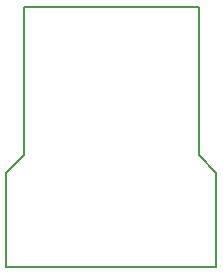
<source format=gbr>
G04 #@! TF.GenerationSoftware,KiCad,Pcbnew,(5.0.0-3-g5ebb6b6)*
G04 #@! TF.CreationDate,2018-08-09T19:39:11+10:00*
G04 #@! TF.ProjectId,A7139-Breakout,41373133392D427265616B6F75742E6B,rev?*
G04 #@! TF.SameCoordinates,Original*
G04 #@! TF.FileFunction,Profile,NP*
%FSLAX46Y46*%
G04 Gerber Fmt 4.6, Leading zero omitted, Abs format (unit mm)*
G04 Created by KiCad (PCBNEW (5.0.0-3-g5ebb6b6)) date Thursday, 09 August 2018 at 07:39:11 PM*
%MOMM*%
%LPD*%
G01*
G04 APERTURE LIST*
%ADD10C,0.200000*%
G04 APERTURE END LIST*
D10*
X143290000Y-105000000D02*
X143290000Y-117510000D01*
X143290000Y-117510000D02*
X144780000Y-119000000D01*
X128490000Y-117510000D02*
X128490000Y-105000000D01*
X128490000Y-117510000D02*
X127000000Y-119000000D01*
X144780000Y-127000000D02*
X144780000Y-119000000D01*
X128490000Y-105000000D02*
X143290000Y-105000000D01*
X127000000Y-127000000D02*
X127000000Y-119000000D01*
X127000000Y-127000000D02*
X144780000Y-127000000D01*
M02*

</source>
